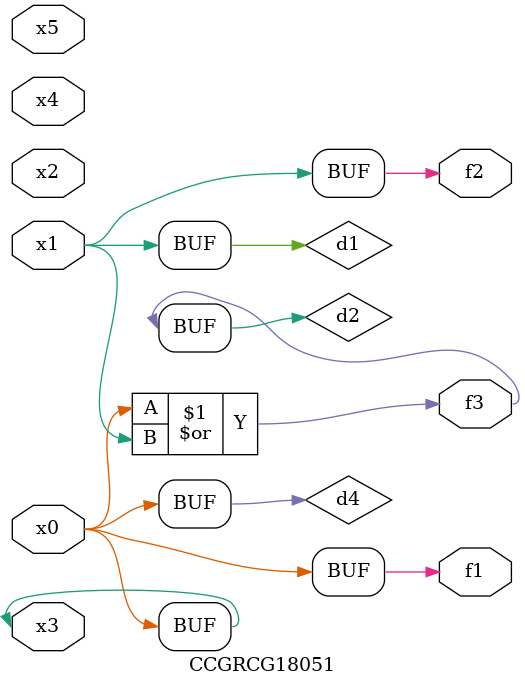
<source format=v>
module CCGRCG18051(
	input x0, x1, x2, x3, x4, x5,
	output f1, f2, f3
);

	wire d1, d2, d3, d4;

	and (d1, x1);
	or (d2, x0, x1);
	nand (d3, x0, x5);
	buf (d4, x0, x3);
	assign f1 = d4;
	assign f2 = d1;
	assign f3 = d2;
endmodule

</source>
